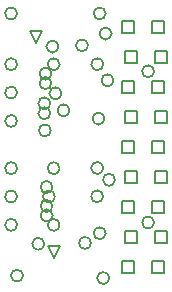
<source format=gbr>
%TF.GenerationSoftware,Altium Limited,Altium Designer,24.8.2 (39)*%
G04 Layer_Color=2752767*
%FSLAX45Y45*%
%MOMM*%
%TF.SameCoordinates,FBB41CCB-3D8C-4B0B-A071-B3836E82DD1E*%
%TF.FilePolarity,Positive*%
%TF.FileFunction,Drawing*%
%TF.Part,Single*%
G01*
G75*
%TA.AperFunction,NonConductor*%
%ADD34C,0.12700*%
%ADD35C,0.16933*%
D34*
X1019200Y2277201D02*
Y2378801D01*
X1120800D01*
Y2277201D01*
X1019200D01*
X1045200Y2023201D02*
Y2124801D01*
X1146800D01*
Y2023201D01*
X1045200D01*
X1019200Y1769201D02*
Y1870801D01*
X1120800D01*
Y1769201D01*
X1019200D01*
X1045200Y1515201D02*
Y1616801D01*
X1146800D01*
Y1515201D01*
X1045200D01*
X1019200Y1261201D02*
Y1362801D01*
X1120800D01*
Y1261201D01*
X1019200D01*
X1045200Y1007201D02*
Y1108801D01*
X1146800D01*
Y1007201D01*
X1045200D01*
X1019200Y753201D02*
Y854801D01*
X1120800D01*
Y753201D01*
X1019200D01*
X1273200Y2277201D02*
Y2378801D01*
X1374800D01*
Y2277201D01*
X1273200D01*
X1299200Y2023201D02*
Y2124801D01*
X1400800D01*
Y2023201D01*
X1299200D01*
X1273200Y1769201D02*
Y1870801D01*
X1374800D01*
Y1769201D01*
X1273200D01*
X1299200Y1515201D02*
Y1616801D01*
X1400800D01*
Y1515201D01*
X1299200D01*
X1273200Y1261201D02*
Y1362801D01*
X1374800D01*
Y1261201D01*
X1273200D01*
X1299200Y1007201D02*
Y1108801D01*
X1400800D01*
Y1007201D01*
X1299200D01*
X1273200Y753201D02*
Y854801D01*
X1374800D01*
Y753201D01*
X1273200D01*
X1045200Y499201D02*
Y600801D01*
X1146800D01*
Y499201D01*
X1045200D01*
X1019200Y245201D02*
Y346801D01*
X1120800D01*
Y245201D01*
X1019200D01*
X1299200Y499201D02*
Y600801D01*
X1400800D01*
Y499201D01*
X1299200D01*
X1273200Y245201D02*
Y346801D01*
X1374800D01*
Y245201D01*
X1273200D01*
X443001Y369199D02*
X392201Y470799D01*
X493801D01*
X443001Y369199D01*
X292999Y2189201D02*
X242199Y2290801D01*
X343799D01*
X292999Y2189201D01*
D35*
X574297Y1620087D02*
G03*
X574297Y1620087I-50800J0D01*
G01*
X412573Y1595124D02*
G03*
X412573Y1595124I-50800J0D01*
G01*
X412574Y1678728D02*
G03*
X412574Y1678728I-50800J0D01*
G01*
X946658Y1874378D02*
G03*
X946658Y1874378I-50800J0D01*
G01*
X859551Y891705D02*
G03*
X859551Y891705I-50800J0D01*
G01*
X959552Y1031705D02*
G03*
X959552Y1031705I-50800J0D01*
G01*
X859551Y1131705D02*
G03*
X859551Y1131705I-50800J0D01*
G01*
X1290800Y1950000D02*
G03*
X1290800Y1950000I-50800J0D01*
G01*
Y670000D02*
G03*
X1290800Y670000I-50800J0D01*
G01*
X881162Y579264D02*
G03*
X881162Y579264I-50800J0D01*
G01*
X730800Y2170000D02*
G03*
X730800Y2170000I-50800J0D01*
G01*
X360800Y490000D02*
G03*
X360800Y490000I-50800J0D01*
G01*
X756619Y497038D02*
G03*
X756619Y497038I-50800J0D01*
G01*
X860800Y2010000D02*
G03*
X860800Y2010000I-50800J0D01*
G01*
X421816Y1850527D02*
G03*
X421816Y1850527I-50800J0D01*
G01*
X422028Y1930501D02*
G03*
X422028Y1930501I-50800J0D01*
G01*
X416682Y1450076D02*
G03*
X416682Y1450076I-50800J0D01*
G01*
X506156Y1763670D02*
G03*
X506156Y1763670I-50800J0D01*
G01*
X870800Y1550000D02*
G03*
X870800Y1550000I-50800J0D01*
G01*
X910800Y200000D02*
G03*
X910800Y200000I-50800J0D01*
G01*
X880800Y2440000D02*
G03*
X880800Y2440000I-50800J0D01*
G01*
X930800Y2270000D02*
G03*
X930800Y2270000I-50800J0D01*
G01*
X130800Y1530000D02*
G03*
X130800Y1530000I-50800J0D01*
G01*
Y1770000D02*
G03*
X130800Y1770000I-50800J0D01*
G01*
Y2010000D02*
G03*
X130800Y2010000I-50800J0D01*
G01*
Y2440000D02*
G03*
X130800Y2440000I-50800J0D01*
G01*
X480800Y2160000D02*
G03*
X480800Y2160000I-50800J0D01*
G01*
X490800Y2010000D02*
G03*
X490800Y2010000I-50800J0D01*
G01*
X130800Y1130000D02*
G03*
X130800Y1130000I-50800J0D01*
G01*
Y890000D02*
G03*
X130800Y890000I-50800J0D01*
G01*
Y650000D02*
G03*
X130800Y650000I-50800J0D01*
G01*
X180800Y220000D02*
G03*
X180800Y220000I-50800J0D01*
G01*
X430800Y810000D02*
G03*
X430800Y810000I-50800J0D01*
G01*
Y730000D02*
G03*
X430800Y730000I-50800J0D01*
G01*
Y970000D02*
G03*
X430800Y970000I-50800J0D01*
G01*
X450800Y890000D02*
G03*
X450800Y890000I-50800J0D01*
G01*
X490800Y1130000D02*
G03*
X490800Y1130000I-50800J0D01*
G01*
Y650000D02*
G03*
X490800Y650000I-50800J0D01*
G01*
%TF.MD5,0df5bf68a909b078d18f08c3db1af400*%
M02*

</source>
